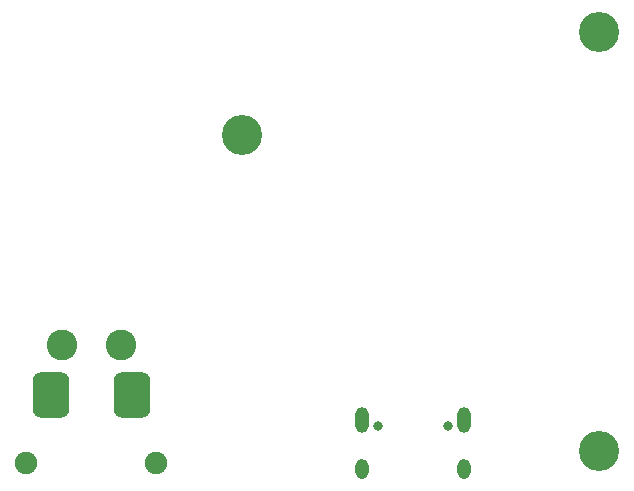
<source format=gbs>
G04*
G04 #@! TF.GenerationSoftware,Altium Limited,Altium Designer,22.7.1 (60)*
G04*
G04 Layer_Color=16711935*
%FSLAX44Y44*%
%MOMM*%
G71*
G04*
G04 #@! TF.SameCoordinates,DE4C8CE6-A766-4DDB-9AE5-6163675FD0FB*
G04*
G04*
G04 #@! TF.FilePolarity,Negative*
G04*
G01*
G75*
%ADD77C,0.8000*%
%ADD78O,1.1024X1.7018*%
%ADD79O,1.1024X2.2022*%
%ADD80C,1.9016*%
%ADD81C,2.6016*%
G04:AMPARAMS|DCode=95|XSize=3.1316mm|YSize=3.9216mm|CornerRadius=0.8083mm|HoleSize=0mm|Usage=FLASHONLY|Rotation=180.000|XOffset=0mm|YOffset=0mm|HoleType=Round|Shape=RoundedRectangle|*
%AMROUNDEDRECTD95*
21,1,3.1316,2.3050,0,0,180.0*
21,1,1.5150,3.9216,0,0,180.0*
1,1,1.6166,-0.7575,1.1525*
1,1,1.6166,0.7575,1.1525*
1,1,1.6166,0.7575,-1.1525*
1,1,1.6166,-0.7575,-1.1525*
%
%ADD95ROUNDEDRECTD95*%
%ADD96C,3.4000*%
D77*
X320210Y48520D02*
D03*
X379790D02*
D03*
D78*
X393205Y12024D02*
D03*
X306795D02*
D03*
D79*
X393205Y53832D02*
D03*
X306795D02*
D03*
D80*
X22499Y17500D02*
D03*
X132499Y17500D02*
D03*
D81*
X102499Y117500D02*
D03*
X52499D02*
D03*
D95*
X111850Y75000D02*
D03*
X43150D02*
D03*
D96*
X205000Y295000D02*
D03*
X507500Y27500D02*
D03*
Y382500D02*
D03*
M02*

</source>
